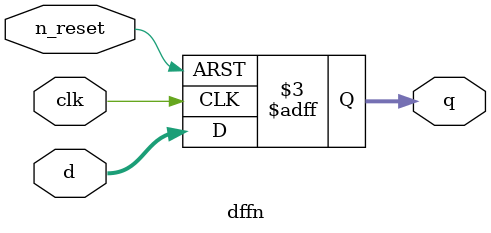
<source format=sv>

module dffn #(parameter N = 8)
            (output logic [N-1:0] q,
              input logic [N-1:0] d,
              input clk, n_reset);

always_ff @(posedge clk, negedge n_reset)
    if (!n_reset)
        q <= '0;
    else
        q <= d;
endmodule
</source>
